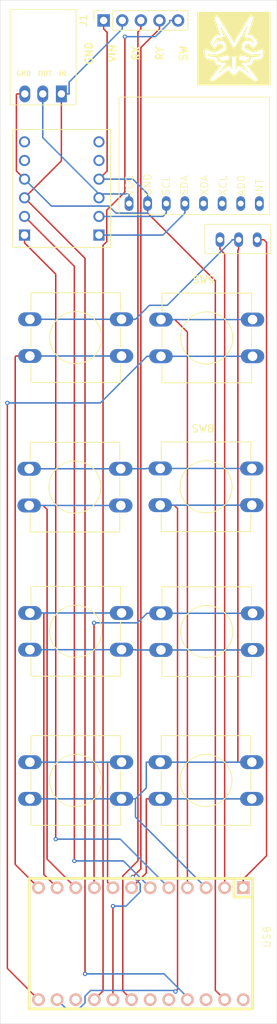
<source format=kicad_pcb>
(kicad_pcb (version 20240108) (generator "pcbnew") (generator_version "8.0")
  (layers (0 "F.Cu" signal) (31 "B.Cu" signal) (34 "B.Paste" user) (35 "F.Paste" user) (36 "B.SilkS" user "B.Silkscreen") (37 "F.SilkS" user "F.Silkscreen") (38 "B.Mask" user) (39 "F.Mask" user) (44 "Edge.Cuts" user))
  (net 0 "")
  (net 1 "Net-(MPU1-SDA)")
  (net 2 "Net-(MPU1-VCC)")
  (net 4 "Net-(J1-Pin_1)")
  (net 8 "Net-(MPU1-SCL)")
  (net 9 "Net-(J1-Pin_2)")
  (net 10 "Net-(U1-D7)")
  (net 11 "Net-(U1-D4)")
  (net 12 "Net-(U1-B5)")
  (net 14 "Net-(J1-Pin_4)")
  (net 15 "Net-(J1-Pin_5)")
  (net 16 "Net-(J1-Pin_3)")
  (net 17 "Net-(U1-SCL)")
  (net 18 "Net-(U1-E6)")
  (net 20 "Net-(U1-B2)")
  (net 24 "Net-(SW5-C)")
  (net 25 "Net-(U1-SDA)")
  (net 26 "Net-(SW5-A)")
  (net 27 "Net-(U1-B4)")
  (net 32 "Net-(U1-C6)")
  (net 33 "Net-(SW5-B)")
  (net 34 "Net-(U1-B6)")
  (net 35 "Net-(SW9-Pad1)")
  (footprint "Library:MPU6050 Accelerometer" (layer "F.Cu") (at 204.47 44.45 90)
    (property "Reference" "MPU1" (hide yes))
    (property "Value" "~" (hide yes))
    (fp_text user "XCL" (at -5.5 2.25 90) (layer "F.SilkS") (effects (font (thickness 0.1)) (justify left bottom)))
    (fp_text user "GND" (at -5.5 -8 90) (layer "F.SilkS") (effects (font (thickness 0.1)) (justify left bottom)))
    (fp_text user "XDA" (at -5.5 -0.25 90) (layer "F.SilkS") (effects (font (thickness 0.1)) (justify left bottom)))
    (fp_text user "AD0" (at -5.5 4.75 90) (layer "F.SilkS") (effects (font (thickness 0.1)) (justify left bottom)))
    (fp_text user "VCC" (at -5.5 -10.5 90) (layer "F.SilkS") (effects (font (thickness 0.1)) (justify left bottom)))
    (fp_text user "SCL" (at -5.5 -5.5 90) (layer "F.SilkS") (effects (font (thickness 0.1)) (justify left bottom)))
    (fp_text user "INT" (at -5.5 7.25 90) (layer "F.SilkS") (effects (font (thickness 0.1)) (justify left bottom)))
    (fp_text user "SDA" (at -5.5 -3 90) (layer "F.SilkS") (effects (font (thickness 0.1)) (justify left bottom)))
    (pad "1" thru_hole oval (at -6.5 -11.14) (size 1.2 2) (drill 0.8) (layers "*.Cu" "*.Mask") (net 2 "Net-(MPU1-VCC)"))
    (pad "2" thru_hole oval (at -6.5 -8.6) (size 1.2 2) (drill 0.8) (layers "*.Cu" "*.Mask") (net 4 "Net-(J1-Pin_1)"))
    (pad "3" thru_hole oval (at -6.5 -6.06) (size 1.2 2) (drill 0.8) (layers "*.Cu" "*.Mask") (net 8 "Net-(MPU1-SCL)"))
    (pad "4" thru_hole oval (at -6.5 -3.52) (size 1.2 2) (drill 0.8) (layers "*.Cu" "*.Mask") (net 1 "Net-(MPU1-SDA)"))
    (pad "5" thru_hole oval (at -6.5 -0.98) (size 1.2 2) (drill 0.8) (layers "*.Cu" "*.Mask"))
    (pad "6" thru_hole oval (at -6.5 1.56) (size 1.2 2) (drill 0.8) (layers "*.Cu" "*.Mask"))
    (pad "7" thru_hole oval (at -6.5 4.1) (size 1.2 2) (drill 0.8) (layers "*.Cu" "*.Mask"))
    (pad "8" thru_hole oval (at -6.5 6.64) (size 1.2 2) (drill 0.8) (layers "*.Cu" "*.Mask"))
  )
  (footprint "Button_Switch_THT:SW_PUSH-12mm" (layer "F.Cu") (at 197.585 87.035)
    (property "Reference" "SW8" (at 5.83 -5.41 0) (layer "F.SilkS"))
    (property "Value" "SW_Omron_B3FS")
    (pad "1" thru_hole oval (at 0 0) (size 3.2 1.9) (drill 1.3) (layers "*.Cu" "*.Mask") (net 33 "Net-(SW5-B)"))
    (pad "1" thru_hole oval (at 12.5 0) (size 3.2 1.9) (drill 1.3) (layers "*.Cu" "*.Mask") (net 33 "Net-(SW5-B)"))
    (pad "2" thru_hole oval (at 0 5) (size 3.2 1.9) (drill 1.3) (layers "*.Cu" "*.Mask") (net 20 "Net-(U1-B2)"))
    (pad "2" thru_hole oval (at 12.5 5) (size 3.2 1.9) (drill 1.3) (layers "*.Cu" "*.Mask") (net 20 "Net-(U1-B2)"))
  )
  (footprint "Library:SS12D00G SPDT Micro Switch" (layer "F.Cu") (at 208.28 55.88 180)
    (property "Reference" "SW5" (hide yes))
    (property "Value" "SW_SPDT" (hide yes))
    (pad "1" thru_hole oval (at -2.54 0 180) (size 1.2 2) (drill 0.8) (layers "*.Cu" "*.Mask") (net 26 "Net-(SW5-A)"))
    (pad "2" thru_hole oval (at 0 0 180) (size 1.2 2) (drill 0.8) (layers "*.Cu" "*.Mask") (net 33 "Net-(SW5-B)"))
    (pad "3" thru_hole oval (at 2.54 0 180) (size 1.2 2) (drill 0.8) (layers "*.Cu" "*.Mask") (net 24 "Net-(SW5-C)"))
  )
  (footprint "Button_Switch_THT:SW_PUSH-12mm" (layer "F.Cu") (at 192.205 92.075 180)
    (property "Reference" "SW6" (hide yes))
    (property "Value" "SW_Omron_B3FS")
    (pad "1" thru_hole oval (at 0 0 180) (size 3.2 1.9) (drill 1.3) (layers "*.Cu" "*.Mask") (net 18 "Net-(U1-E6)"))
    (pad "1" thru_hole oval (at 12.5 0 180) (size 3.2 1.9) (drill 1.3) (layers "*.Cu" "*.Mask") (net 18 "Net-(U1-E6)"))
    (pad "2" thru_hole oval (at 0 5 180) (size 3.2 1.9) (drill 1.3) (layers "*.Cu" "*.Mask") (net 33 "Net-(SW5-B)"))
    (pad "2" thru_hole oval (at 12.5 5 180) (size 3.2 1.9) (drill 1.3) (layers "*.Cu" "*.Mask") (net 33 "Net-(SW5-B)"))
  )
  (footprint "Library:SmallInvertVCR" (layer "F.Cu") (at 207.645 29.845)
    (property "Reference" "G***" (hide yes))
    (property "Value" "LOGO" (hide yes))
  )
  (footprint "ProMicroFootprint:ARDUINO_PRO_MICRO" (layer "F.Cu") (at 194.945 151.765 180)
    (property "Reference" "U1" (hide yes))
    (property "Value" "ProMicro" (hide yes))
    (pad "1" thru_hole rect (at -13.97 7.62 180) (size 1.7526 1.7526) (drill 1.0922) (layers "*.Cu" "*.SilkS" "*.Mask") (net 26 "Net-(SW5-A)"))
    (pad "2" thru_hole circle (at -11.43 7.62 180) (size 1.7526 1.7526) (drill 1.0922) (layers "*.Cu" "*.SilkS" "*.Mask") (net 24 "Net-(SW5-C)"))
    (pad "3" thru_hole circle (at -8.89 7.62 180) (size 1.7526 1.7526) (drill 1.0922) (layers "*.Cu" "*.SilkS" "*.Mask") (net 33 "Net-(SW5-B)"))
    (pad "4" thru_hole circle (at -6.35 7.62 180) (size 1.7526 1.7526) (drill 1.0922) (layers "*.Cu" "*.SilkS" "*.Mask") (net 35 "Net-(SW9-Pad1)"))
    (pad "5" thru_hole circle (at -3.81 7.62 180) (size 1.7526 1.7526) (drill 1.0922) (layers "*.Cu" "*.SilkS" "*.Mask") (net 25 "Net-(U1-SDA)"))
    (pad "6" thru_hole circle (at -1.27 7.62 180) (size 1.7526 1.7526) (drill 1.0922) (layers "*.Cu" "*.SilkS" "*.Mask") (net 17 "Net-(U1-SCL)"))
    (pad "7" thru_hole circle (at 1.27 7.62 180) (size 1.7526 1.7526) (drill 1.0922) (layers "*.Cu" "*.SilkS" "*.Mask") (net 11 "Net-(U1-D4)"))
    (pad "8" thru_hole circle (at 3.81 7.62 180) (size 1.7526 1.7526) (drill 1.0922) (layers "*.Cu" "*.SilkS" "*.Mask") (net 32 "Net-(U1-C6)"))
    (pad "9" thru_hole circle (at 6.35 7.62 180) (size 1.7526 1.7526) (drill 1.0922) (layers "*.Cu" "*.SilkS" "*.Mask") (net 10 "Net-(U1-D7)"))
    (pad "10" thru_hole circle (at 8.89 7.62 180) (size 1.7526 1.7526) (drill 1.0922) (layers "*.Cu" "*.SilkS" "*.Mask") (net 18 "Net-(U1-E6)"))
    (pad "11" thru_hole circle (at 11.43 7.62 180) (size 1.7526 1.7526) (drill 1.0922) (layers "*.Cu" "*.SilkS" "*.Mask") (net 27 "Net-(U1-B4)"))
    (pad "12" thru_hole circle (at 13.97 7.62 180) (size 1.7526 1.7526) (drill 1.0922) (layers "*.Cu" "*.SilkS" "*.Mask") (net 12 "Net-(U1-B5)"))
    (pad "13" thru_hole circle (at 13.97 -7.62 180) (size 1.7526 1.7526) (drill 1.0922) (layers "*.Cu" "*.SilkS" "*.Mask") (net 34 "Net-(U1-B6)"))
    (pad "14" thru_hole circle (at 11.43 -7.62 180) (size 1.7526 1.7526) (drill 1.0922) (layers "*.Cu" "*.SilkS" "*.Mask") (net 20 "Net-(U1-B2)"))
    (pad "15" thru_hole circle (at 8.89 -7.62 180) (size 1.7526 1.7526) (drill 1.0922) (layers "*.Cu" "*.SilkS" "*.Mask"))
    (pad "16" thru_hole circle (at 6.35 -7.62 180) (size 1.7526 1.7526) (drill 1.0922) (layers "*.Cu" "*.SilkS" "*.Mask") (net 15 "Net-(J1-Pin_5)"))
    (pad "17" thru_hole circle (at 3.81 -7.62 180) (size 1.7526 1.7526) (drill 1.0922) (layers "*.Cu" "*.SilkS" "*.Mask") (net 14 "Net-(J1-Pin_4)"))
    (pad "18" thru_hole circle (at 1.27 -7.62 180) (size 1.7526 1.7526) (drill 1.0922) (layers "*.Cu" "*.SilkS" "*.Mask") (net 16 "Net-(J1-Pin_3)"))
    (pad "19" thru_hole circle (at -1.27 -7.62 180) (size 1.7526 1.7526) (drill 1.0922) (layers "*.Cu" "*.SilkS" "*.Mask"))
    (pad "20" thru_hole circle (at -3.81 -7.62 180) (size 1.7526 1.7526) (drill 1.0922) (layers "*.Cu" "*.SilkS" "*.Mask"))
    (pad "21" thru_hole circle (at -6.35 -7.62 180) (size 1.7526 1.7526) (drill 1.0922) (layers "*.Cu" "*.SilkS" "*.Mask") (net 9 "Net-(J1-Pin_2)"))
    (pad "22" thru_hole circle (at -8.89 -7.62 180) (size 1.7526 1.7526) (drill 1.0922) (layers "*.Cu" "*.SilkS" "*.Mask"))
    (pad "23" thru_hole circle (at -11.43 -7.62 180) (size 1.7526 1.7526) (drill 1.0922) (layers "*.Cu" "*.SilkS" "*.Mask") (net 4 "Net-(J1-Pin_1)"))
    (pad "24" thru_hole circle (at -13.97 -7.62 180) (size 1.7526 1.7526) (drill 1.0922) (layers "*.Cu" "*.SilkS" "*.Mask"))
  )
  (footprint "Button_Switch_THT:SW_PUSH-12mm" (layer "F.Cu") (at 197.685 66.755)
    (property "Reference" "SW9" (at 5.83 -5.41 0) (layer "F.SilkS"))
    (property "Value" "SW_Omron_B3FS")
    (pad "1" thru_hole oval (at 0 0) (size 3.2 1.9) (drill 1.3) (layers "*.Cu" "*.Mask") (net 35 "Net-(SW9-Pad1)"))
    (pad "1" thru_hole oval (at 12.5 0) (size 3.2 1.9) (drill 1.3) (layers "*.Cu" "*.Mask") (net 35 "Net-(SW9-Pad1)"))
    (pad "2" thru_hole oval (at 0 5) (size 3.2 1.9) (drill 1.3) (layers "*.Cu" "*.Mask") (net 34 "Net-(U1-B6)"))
    (pad "2" thru_hole oval (at 12.5 5) (size 3.2 1.9) (drill 1.3) (layers "*.Cu" "*.Mask") (net 34 "Net-(U1-B6)"))
  )
  (footprint "Button_Switch_THT:SW_PUSH-12mm" (layer "F.Cu") (at 179.805 106.72)
    (property "Reference" "SW7" (hide yes))
    (property "Value" "SW_Omron_B3FS")
    (pad "1" thru_hole oval (at 0 0) (size 3.2 1.9) (drill 1.3) (layers "*.Cu" "*.Mask") (net 27 "Net-(U1-B4)"))
    (pad "1" thru_hole oval (at 12.5 0) (size 3.2 1.9) (drill 1.3) (layers "*.Cu" "*.Mask") (net 27 "Net-(U1-B4)"))
    (pad "2" thru_hole oval (at 0 5) (size 3.2 1.9) (drill 1.3) (layers "*.Cu" "*.Mask") (net 33 "Net-(SW5-B)"))
    (pad "2" thru_hole oval (at 12.5 5) (size 3.2 1.9) (drill 1.3) (layers "*.Cu" "*.Mask") (net 33 "Net-(SW5-B)"))
  )
  (footprint "Connector_PinSocket_2.54mm:PinSocket_1x05_P2.54mm_Vertical" (layer "F.Cu") (at 189.865 26.01 90)
    (property "Reference" "J1" (at 0 -2.77 90) (layer "F.SilkS"))
    (property "Value" "Conn_01x05_Socket" (hide yes))
    (pad "1" thru_hole rect (at 0 0 90) (size 1.7 1.7) (drill 1) (layers "*.Cu" "*.Mask") (net 4 "Net-(J1-Pin_1)"))
    (pad "2" thru_hole oval (at 0 2.54 90) (size 1.7 1.7) (drill 1) (layers "*.Cu" "*.Mask") (net 9 "Net-(J1-Pin_2)"))
    (pad "3" thru_hole oval (at 0 5.08 90) (size 1.7 1.7) (drill 1) (layers "*.Cu" "*.Mask") (net 16 "Net-(J1-Pin_3)"))
    (pad "4" thru_hole oval (at 0 7.62 90) (size 1.7 1.7) (drill 1) (layers "*.Cu" "*.Mask") (net 14 "Net-(J1-Pin_4)"))
    (pad "5" thru_hole oval (at 0 10.16 90) (size 1.7 1.7) (drill 1) (layers "*.Cu" "*.Mask") (net 15 "Net-(J1-Pin_5)"))
  )
  (footprint "Button_Switch_THT:SW_PUSH-12mm" (layer "F.Cu") (at 197.685 106.76)
    (property "Reference" "SW1" (hide yes))
    (property "Value" "SW_Omron_B3FS")
    (pad "1" thru_hole oval (at 0 0) (size 3.2 1.9) (drill 1.3) (layers "*.Cu" "*.Mask") (net 10 "Net-(U1-D7)"))
    (pad "1" thru_hole oval (at 12.5 0) (size 3.2 1.9) (drill 1.3) (layers "*.Cu" "*.Mask") (net 10 "Net-(U1-D7)"))
    (pad "2" thru_hole oval (at 0 5) (size 3.2 1.9) (drill 1.3) (layers "*.Cu" "*.Mask") (net 33 "Net-(SW5-B)"))
    (pad "2" thru_hole oval (at 12.5 5) (size 3.2 1.9) (drill 1.3) (layers "*.Cu" "*.Mask") (net 33 "Net-(SW5-B)"))
  )
  (footprint "Logic Converter:CONV_BOB-12009" (layer "F.Cu") (at 184.15 48.895 180)
    (property "Reference" "U3" (hide yes))
    (property "Value" "BOB-12009" (hide yes))
    (pad "GND_1" thru_hole circle (at 5.08 1.27 180) (size 1.524 1.524) (drill 1.016) (layers "*.Cu" "*.Mask") (net 4 "Net-(J1-Pin_1)"))
    (pad "GND_2" thru_hole circle (at -5.08 1.27 180) (size 1.524 1.524) (drill 1.016) (layers "*.Cu" "*.Mask") (net 4 "Net-(J1-Pin_1)"))
    (pad "HV" thru_hole circle (at 5.08 -1.27 180) (size 1.524 1.524) (drill 1.016) (layers "*.Cu" "*.Mask") (net 9 "Net-(J1-Pin_2)"))
    (pad "HV1" thru_hole rect (at 5.08 -6.35 180) (size 1.524 1.524) (drill 1.016) (layers "*.Cu" "*.Mask") (net 25 "Net-(U1-SDA)"))
    (pad "HV2" thru_hole circle (at 5.08 -3.81 180) (size 1.524 1.524) (drill 1.016) (layers "*.Cu" "*.Mask") (net 17 "Net-(U1-SCL)"))
    (pad "HV3" thru_hole circle (at 5.08 3.81 180) (size 1.524 1.524) (drill 1.016) (layers "*.Cu" "*.Mask"))
    (pad "HV4" thru_hole circle (at 5.08 6.35 180) (size 1.524 1.524) (drill 1.016) (layers "*.Cu" "*.Mask"))
    (pad "LV" thru_hole circle (at -5.08 -1.27 180) (size 1.524 1.524) (drill 1.016) (layers "*.Cu" "*.Mask") (net 2 "Net-(MPU1-VCC)"))
    (pad "LV1" thru_hole rect (at -5.08 -6.35 180) (size 1.524 1.524) (drill 1.016) (layers "*.Cu" "*.Mask") (net 1 "Net-(MPU1-SDA)"))
    (pad "LV2" thru_hole circle (at -5.08 -3.81 180) (size 1.524 1.524) (drill 1.016) (layers "*.Cu" "*.Mask") (net 8 "Net-(MPU1-SCL)"))
    (pad "LV3" thru_hole circle (at -5.08 3.81 180) (size 1.524 1.524) (drill 1.016) (layers "*.Cu" "*.Mask"))
    (pad "LV4" thru_hole circle (at -5.08 6.35 180) (size 1.524 1.524) (drill 1.016) (layers "*.Cu" "*.Mask"))
  )
  (footprint "Button_Switch_THT:SW_PUSH-12mm" (layer "F.Cu") (at 210.085 132.04 180)
    (property "Reference" "SW2" (hide yes))
    (property "Value" "SW_Omron_B3FS")
    (pad "1" thru_hole oval (at 0 0 180) (size 3.2 1.9) (drill 1.3) (layers "*.Cu" "*.Mask") (net 11 "Net-(U1-D4)"))
    (pad "1" thru_hole oval (at 12.5 0 180) (size 3.2 1.9) (drill 1.3) (layers "*.Cu" "*.Mask") (net 11 "Net-(U1-D4)"))
    (pad "2" thru_hole oval (at 0 5 180) (size 3.2 1.9) (drill 1.3) (layers "*.Cu" "*.Mask") (net 33 "Net-(SW5-B)"))
    (pad "2" thru_hole oval (at 12.5 5 180) (size 3.2 1.9) (drill 1.3) (layers "*.Cu" "*.Mask") (net 33 "Net-(SW5-B)"))
  )
  (footprint "Button_Switch_THT:SW_PUSH-12mm" (layer "F.Cu") (at 192.305 71.715 180)
    (property "Reference" "SW3" (hide yes))
    (property "Value" "SW_Omron_B3FS")
    (pad "1" thru_hole oval (at 0 0 180) (size 3.2 1.9) (drill 1.3) (layers "*.Cu" "*.Mask") (net 12 "Net-(U1-B5)"))
    (pad "1" thru_hole oval (at 12.5 0 180) (size 3.2 1.9) (drill 1.3) (layers "*.Cu" "*.Mask") (net 12 "Net-(U1-B5)"))
    (pad "2" thru_hole oval (at 0 5 180) (size 3.2 1.9) (drill 1.3) (layers "*.Cu" "*.Mask") (net 33 "Net-(SW5-B)"))
    (pad "2" thru_hole oval (at 12.5 5 180) (size 3.2 1.9) (drill 1.3) (layers "*.Cu" "*.Mask") (net 33 "Net-(SW5-B)"))
  )
  (footprint "Library:3.3v InOutGnd Voltage Regulator" (layer "F.Cu") (at 181.61 37.515)
    (property "Reference" "U2" (hide yes))
    (property "Value" "~")
    (fp_text user "GND  OUT  IN" (at -0.25 -3.9 0) (layer "F.SilkS") (effects (font (size 0.65 0.65) (thickness 0.125) (bold yes)) (justify bottom)))
    (pad "1" thru_hole rect (at 2.49 -1.5) (size 1.5 2.3) (drill 1) (layers "*.Cu" "*.Mask") (net 9 "Net-(J1-Pin_2)"))
    (pad "2" thru_hole oval (at -0.05 -1.5) (size 1.5 2.3) (drill 1) (layers "*.Cu" "*.Mask") (net 2 "Net-(MPU1-VCC)"))
    (pad "3" thru_hole oval (at -2.5 -1.5) (size 1.5 2.3) (drill 1) (layers "*.Cu" "*.Mask") (net 4 "Net-(J1-Pin_1)"))
  )
  (footprint "Button_Switch_THT:SW_PUSH-12mm" (layer "F.Cu") (at 179.805 127.04)
    (property "Reference" "SW4" (hide yes))
    (property "Value" "SW_Omron_B3FS")
    (pad "1" thru_hole oval (at 0 0) (size 3.2 1.9) (drill 1.3) (layers "*.Cu" "*.Mask") (net 32 "Net-(U1-C6)"))
    (pad "1" thru_hole oval (at 12.5 0) (size 3.2 1.9) (drill 1.3) (layers "*.Cu" "*.Mask") (net 32 "Net-(U1-C6)"))
    (pad "2" thru_hole oval (at 0 5) (size 3.2 1.9) (drill 1.3) (layers "*.Cu" "*.Mask") (net 33 "Net-(SW5-B)"))
    (pad "2" thru_hole oval (at 12.5 5) (size 3.2 1.9) (drill 1.3) (layers "*.Cu" "*.Mask") (net 33 "Net-(SW5-B)"))
  )
  (gr_rect (start 175.75 23.25) (end 213.5 162.675) (stroke (width 0.05)) (fill none) (layer "Edge.Cuts"))
  (gr_text "GND\n\nVIN\n\nRX\n\nRY\n\nSW" (at 194.31 30.48 90) (layer "F.SilkS") (effects (font (size 1 1) (thickness 0.2) (bold yes))))
  (gr_text "USB" (at 212.725 152.4 90) (layer "F.SilkS") (effects (font (size 1 1) (thickness 0.1)) (justify left bottom)))
  (segment (start 189.23 55.245) (end 197.9567 55.245) (width 0.2) (layer "B.Cu") (net 1))
  (segment (start 200.95 50.95) (end 200.95 52.2517) (width 0.2) (layer "B.Cu") (net 1))
  (segment (start 197.9567 55.245) (end 200.95 52.2517) (width 0.2) (layer "B.Cu") (net 1))
  (segment (start 181.56 41.9783) (end 189.23 49.6483) (width 0.2) (layer "B.Cu") (net 2))
  (segment (start 193.33 50.95) (end 193.33 49.6483) (width 0.2) (layer "B.Cu") (net 2))
  (segment (start 189.23 49.6483) (end 193.33 49.6483) (width 0.2) (layer "B.Cu") (net 2))
  (segment (start 181.56 36.015) (end 181.56 41.9783) (width 0.2) (layer "B.Cu") (net 2))
  (segment (start 189.23 50.165) (end 189.23 49.6483) (width 0.2) (layer "B.Cu") (net 2))
  (segment (start 195.87 52.2517) (end 205.105 61.4867) (width 0.2) (layer "F.Cu") (net 4))
  (segment (start 190.3391 27.6358) (end 190.3391 46.5159) (width 0.2) (layer "F.Cu") (net 4))
  (segment (start 189.865 26.01) (end 189.865 27.1617) (width 0.2) (layer "F.Cu") (net 4))
  (segment (start 195.87 50.95) (end 195.87 52.2517) (width 0.2) (layer "F.Cu") (net 4))
  (segment (start 190.3391 46.5159) (end 189.23 47.625) (width 0.2) (layer "F.Cu") (net 4))
  (segment (start 179.11 36.015) (end 178.0583 36.015) (width 0.2) (layer "F.Cu") (net 4))
  (segment (start 189.865 27.1617) (end 190.3391 27.6358) (width 0.2) (layer "F.Cu") (net 4))
  (segment (start 178.0583 36.015) (end 177.9616 36.1117) (width 0.2) (layer "F.Cu") (net 4))
  (segment (start 205.105 61.4867) (end 205.105 158.115) (width 0.2) (layer "F.Cu") (net 4))
  (segment (start 177.9616 36.1117) (end 177.9616 46.5166) (width 0.2) (layer "F.Cu") (net 4))
  (segment (start 205.105 158.115) (end 206.375 159.385) (width 0.2) (layer "F.Cu") (net 4))
  (segment (start 177.9616 46.5166) (end 179.07 47.625) (width 0.2) (layer "F.Cu") (net 4))
  (segment (start 179.07 47.625) (end 182.7384 51.2934) (width 0.2) (layer "B.Cu") (net 4))
  (segment (start 190.572 51.2934) (end 191.5303 52.2517) (width 0.2) (layer "B.Cu") (net 4))
  (segment (start 189.23 47.625) (end 193.8467 47.625) (width 0.2) (layer "B.Cu") (net 4))
  (segment (start 193.8467 47.625) (end 195.87 49.6483) (width 0.2) (layer "B.Cu") (net 4))
  (segment (start 182.7384 51.2934) (end 190.572 51.2934) (width 0.2) (layer "B.Cu") (net 4))
  (segment (start 195.87 50.95) (end 195.87 52.2517) (width 0.2) (layer "B.Cu") (net 4))
  (segment (start 195.87 50.95) (end 195.87 49.6483) (width 0.2) (layer "B.Cu") (net 4))
  (segment (start 191.5303 52.2517) (end 195.87 52.2517) (width 0.2) (layer "B.Cu") (net 4))
  (segment (start 197.9567 52.705) (end 198.41 52.2517) (width 0.2) (layer "B.Cu") (net 8))
  (segment (start 189.23 52.705) (end 197.9567 52.705) (width 0.2) (layer "B.Cu") (net 8))
  (segment (start 198.41 50.95) (end 198.41 52.2517) (width 0.2) (layer "B.Cu") (net 8))
  (segment (start 179.07 50.165) (end 184.1 45.135) (width 0.2) (layer "F.Cu") (net 9))
  (segment (start 187.325 58.42) (end 187.325 155.8797) (width 0.2) (layer "F.Cu") (net 9))
  (segment (start 184.1 45.135) (end 184.1 36.015) (width 0.2) (layer "F.Cu") (net 9))
  (segment (start 179.07 50.165) (end 187.325 58.42) (width 0.2) (layer "F.Cu") (net 9))
  (via (at 187.325 155.8797) (size 0.6) (drill 0.3) (layers "F.Cu" "B.Cu") (net 9))
  (segment (start 192.405 26.01) (end 192.405 27.1617) (width 0.2) (layer "B.Cu") (net 9))
  (segment (start 184.1 36.015) (end 185.1517 36.015) (width 0.2) (layer "B.Cu") (net 9))
  (segment (start 201.295 159.385) (end 201.295 159.0583) (width 0.2) (layer "B.Cu") (net 9))
  (segment (start 185.1517 34.415) (end 192.405 27.1617) (width 0.2) (layer "B.Cu") (net 9))
  (segment (start 198.1164 155.8797) (end 187.325 155.8797) (width 0.2) (layer "B.Cu") (net 9))
  (segment (start 201.295 159.0583) (end 198.1164 155.8797) (width 0.2) (layer "B.Cu") (net 9))
  (segment (start 185.1517 36.015) (end 185.1517 34.415) (width 0.2) (layer "B.Cu") (net 9))
  (segment (start 188.595 144.145) (end 188.5554 144.1054) (width 0.2) (layer "F.Cu") (net 10))
  (segment (start 188.5554 144.1054) (end 188.5554 108.0634) (width 0.2) (layer "F.Cu") (net 10))
  (via (at 188.5554 108.0634) (size 0.6) (drill 0.3) (layers "F.Cu" "B.Cu") (net 10))
  (segment (start 210.185 106.76) (end 197.685 106.76) (width 0.2) (layer "B.Cu") (net 10))
  (segment (start 197.685 106.76) (end 195.7833 106.76) (width 0.2) (layer "B.Cu") (net 10))
  (segment (start 195.7833 106.76) (end 194.4799 108.0634) (width 0.2) (layer "B.Cu") (net 10))
  (segment (start 194.4799 108.0634) (end 188.5554 108.0634) (width 0.2) (layer "B.Cu") (net 10))
  (segment (start 193.675 144.145) (end 195.6833 142.1367) (width 0.2) (layer "F.Cu") (net 11))
  (segment (start 197.585 132.04) (end 195.6833 132.04) (width 0.2) (layer "F.Cu") (net 11))
  (segment (start 195.6833 142.1367) (end 195.6833 132.04) (width 0.2) (layer "F.Cu") (net 11))
  (segment (start 197.585 132.04) (end 210.085 132.04) (width 0.2) (layer "B.Cu") (net 11))
  (segment (start 177.7968 71.8215) (end 177.7968 140.9668) (width 0.2) (layer "F.Cu") (net 12))
  (segment (start 177.9033 71.715) (end 177.7968 71.8215) (width 0.2) (layer "F.Cu") (net 12))
  (segment (start 179.805 71.715) (end 177.9033 71.715) (width 0.2) (layer "F.Cu") (net 12))
  (segment (start 177.7968 140.9668) (end 180.975 144.145) (width 0.2) (layer "F.Cu") (net 12))
  (segment (start 179.805 71.715) (end 192.305 71.715) (width 0.2) (layer "B.Cu") (net 12))
  (segment (start 197.485 27.1617) (end 194.9451 29.7016) (width 0.2) (layer "F.Cu") (net 14))
  (segment (start 197.485 26.01) (end 197.485 27.1617) (width 0.2) (layer "F.Cu") (net 14))
  (segment (start 191.135 146.6495) (end 191.135 159.385) (width 0.2) (layer "F.Cu") (net 14))
  (segment (start 194.9451 141.5744) (end 193.8489 142.6706) (width 0.2) (layer "F.Cu") (net 14))
  (segment (start 194.9451 29.7016) (end 194.9451 141.5744) (width 0.2) (layer "F.Cu") (net 14))
  (via (at 191.135 146.6495) (size 0.6) (drill 0.3) (layers "F.Cu" "B.Cu") (net 14))
  (via (at 193.8489 142.6706) (size 0.6) (drill 0.3) (layers "F.Cu" "B.Cu") (net 14))
  (segment (start 194.856 144.7109) (end 194.856 143.6362) (width 0.2) (layer "B.Cu") (net 14))
  (segment (start 191.135 146.6495) (end 192.9174 146.6495) (width 0.2) (layer "B.Cu") (net 14))
  (segment (start 192.9174 146.6495) (end 194.856 144.7109) (width 0.2) (layer "B.Cu") (net 14))
  (segment (start 194.856 143.6362) (end 193.8904 142.6706) (width 0.2) (layer "B.Cu") (net 14))
  (segment (start 193.8904 142.6706) (end 193.8489 142.6706) (width 0.2) (layer "B.Cu") (net 14))
  (segment (start 190.2937 51.8483) (end 190.2937 56.132) (width 0.2) (layer "F.Cu") (net 15))
  (segment (start 192.7647 28.2167) (end 192.7647 49.3773) (width 0.2) (layer "F.Cu") (net 15))
  (segment (start 189.7844 158.1956) (end 188.595 159.385) (width 0.2) (layer "F.Cu") (net 15))
  (segment (start 189.7844 56.6413) (end 189.7844 158.1956) (width 0.2) (layer "F.Cu") (net 15))
  (segment (start 190.2937 56.132) (end 189.7844 56.6413) (width 0.2) (layer "F.Cu") (net 15))
  (segment (start 192.7647 49.3773) (end 190.2937 51.8483) (width 0.2) (layer "F.Cu") (net 15))
  (via (at 192.7647 28.2167) (size 0.6) (drill 0.3) (layers "F.Cu" "B.Cu") (net 15))
  (segment (start 198.8733 26.2785) (end 198.8733 26.01) (width 0.2) (layer "B.Cu") (net 15))
  (segment (start 192.7647 28.2167) (end 196.9351 28.2167) (width 0.2) (layer "B.Cu") (net 15))
  (segment (start 196.9351 28.2167) (end 198.8733 26.2785) (width 0.2) (layer "B.Cu") (net 15))
  (segment (start 200.025 26.01) (end 198.8733 26.01) (width 0.2) (layer "B.Cu") (net 15))
  (segment (start 194.945 26.01) (end 194.945 27.1617) (width 0.2) (layer "F.Cu") (net 16))
  (segment (start 192.4803 142.5417) (end 192.4803 158.1903) (width 0.2) (layer "F.Cu") (net 16))
  (segment (start 194.945 27.1617) (end 194.5433 27.5634) (width 0.2) (layer "F.Cu") (net 16))
  (segment (start 192.4803 158.1903) (end 193.675 159.385) (width 0.2) (layer "F.Cu") (net 16))
  (segment (start 194.5433 140.4787) (end 192.4803 142.5417) (width 0.2) (layer "F.Cu") (net 16))
  (segment (start 194.5433 27.5634) (end 194.5433 140.4787) (width 0.2) (layer "F.Cu") (net 16))
  (segment (start 185.8692 59.5042) (end 185.8692 140.494) (width 0.2) (layer "F.Cu") (net 17))
  (segment (start 179.07 52.705) (end 185.8692 59.5042) (width 0.2) (layer "F.Cu") (net 17))
  (via (at 185.8692 140.494) (size 0.6) (drill 0.3) (layers "F.Cu" "B.Cu") (net 17))
  (segment (start 185.8692 140.494) (end 192.564 140.494) (width 0.2) (layer "B.Cu") (net 17))
  (segment (start 192.564 140.494) (end 196.215 144.145) (width 0.2) (layer "B.Cu") (net 17))
  (segment (start 182.1492 92.6175) (end 181.6067 92.075) (width 0.2) (layer "F.Cu") (net 18))
  (segment (start 182.1492 140.2392) (end 182.1492 92.6175) (width 0.2) (layer "F.Cu") (net 18))
  (segment (start 179.705 92.075) (end 181.6067 92.075) (width 0.2) (layer "F.Cu") (net 18))
  (segment (start 186.055 144.145) (end 182.1492 140.2392) (width 0.2) (layer "F.Cu") (net 18))
  (segment (start 179.705 92.075) (end 192.205 92.075) (width 0.2) (layer "B.Cu") (net 18))
  (segment (start 199.6699 158.2841) (end 199.9493 158.0047) (width 0.2) (layer "F.Cu") (net 20))
  (segment (start 199.9493 158.0047) (end 199.9493 92.4976) (width 0.2) (layer "F.Cu") (net 20))
  (segment (start 199.9493 92.4976) (end 199.4867 92.035) (width 0.2) (layer "F.Cu") (net 20))
  (segment (start 197.585 92.035) (end 199.4867 92.035) (width 0.2) (layer "F.Cu") (net 20))
  (via (at 199.6699 158.2841) (size 0.6) (drill 0.3) (layers "F.Cu" "B.Cu") (net 20))
  (segment (start 186.5323 160.608) (end 187.325 159.8153) (width 0.2) (layer "B.Cu") (net 20))
  (segment (start 199.5222 158.1364) (end 199.6699 158.2841) (width 0.2) (layer "B.Cu") (net 20))
  (segment (start 183.515 159.385) (end 184.738 160.608) (width 0.2) (layer "B.Cu") (net 20))
  (segment (start 184.738 160.608) (end 186.5323 160.608) (width 0.2) (layer "B.Cu") (net 20))
  (segment (start 187.325 159.8153) (end 187.325 158.9115) (width 0.2) (layer "B.Cu") (net 20))
  (segment (start 210.085 92.035) (end 197.585 92.035) (width 0.2) (layer "B.Cu") (net 20))
  (segment (start 187.325 158.9115) (end 188.1001 158.1364) (width 0.2) (layer "B.Cu") (net 20))
  (segment (start 188.1001 158.1364) (end 199.5222 158.1364) (width 0.2) (layer "B.Cu") (net 20))
  (segment (start 206.375 57.8167) (end 205.74 57.1817) (width 0.2) (layer "F.Cu") (net 24))
  (segment (start 205.74 55.88) (end 205.74 57.1817) (width 0.2) (layer "F.Cu") (net 24))
  (segment (start 206.375 144.145) (end 206.375 57.8167) (width 0.2) (layer "F.Cu") (net 24))
  (segment (start 179.07 56.3087) (end 183.3286 60.5673) (width 0.2) (layer "F.Cu") (net 25))
  (segment (start 183.3286 60.5673) (end 183.3286 137.5232) (width 0.2) (layer "F.Cu") (net 25))
  (segment (start 179.07 55.245) (end 179.07 56.3087) (width 0.2) (layer "F.Cu") (net 25))
  (via (at 183.3286 137.5232) (size 0.6) (drill 0.3) (layers "F.Cu" "B.Cu") (net 25))
  (segment (start 183.3286 137.5232) (end 192.1332 137.5232) (width 0.2) (layer "B.Cu") (net 25))
  (segment (start 192.1332 137.5232) (end 198.755 144.145) (width 0.2) (layer "B.Cu") (net 25))
  (segment (start 208.915 142.967) (end 212.0887 139.7933) (width 0.2) (layer "F.Cu") (net 26))
  (segment (start 208.915 144.145) (end 208.915 142.967) (width 0.2) (layer "F.Cu") (net 26))
  (segment (start 212.0887 56.247) (end 211.7217 55.88) (width 0.2) (layer "F.Cu") (net 26))
  (segment (start 210.82 55.88) (end 211.7217 55.88) (width 0.2) (layer "F.Cu") (net 26))
  (segment (start 212.0887 139.7933) (end 212.0887 56.247) (width 0.2) (layer "F.Cu") (net 26))
  (segment (start 183.515 144.145) (end 181.7067 142.3367) (width 0.2) (layer "F.Cu") (net 27))
  (segment (start 181.7067 142.3367) (end 181.7067 106.72) (width 0.2) (layer "F.Cu") (net 27))
  (segment (start 179.805 106.72) (end 181.7067 106.72) (width 0.2) (layer "F.Cu") (net 27))
  (segment (start 192.305 106.72) (end 179.805 106.72) (width 0.2) (layer "B.Cu") (net 27))
  (segment (start 190.4033 143.4133) (end 190.4033 127.04) (width 0.2) (layer "F.Cu") (net 32))
  (segment (start 192.305 127.04) (end 190.4033 127.04) (width 0.2) (layer "F.Cu") (net 32))
  (segment (start 191.135 144.145) (end 190.4033 143.4133) (width 0.2) (layer "F.Cu") (net 32))
  (segment (start 192.305 127.04) (end 179.805 127.04) (width 0.2) (layer "B.Cu") (net 32))
  (segment (start 208.1833 111.66) (end 208.1833 87.035) (width 0.2) (layer "F.Cu") (net 33))
  (segment (start 208.28 57.1817) (end 208.1833 57.2784) (width 0.2) (layer "F.Cu") (net 33))
  (segment (start 208.1833 111.86) (end 208.2833 111.76) (width 0.2) (layer "F.Cu") (net 33))
  (segment (start 208.2833 111.76) (end 208.1833 111.66) (width 0.2) (layer "F.Cu") (net 33))
  (segment (start 208.1833 57.2784) (end 208.1833 87.035) (width 0.2) (layer "F.Cu") (net 33))
  (segment (start 210.085 127.04) (end 208.1833 127.04) (width 0.2) (layer "F.Cu") (net 33))
  (segment (start 208.1833 127.04) (end 208.1833 111.86) (width 0.2) (layer "F.Cu") (net 33))
  (segment (start 210.185 111.76) (end 208.2833 111.76) (width 0.2) (layer "F.Cu") (net 33))
  (segment (start 210.085 87.035) (end 208.1833 87.035) (width 0.2) (layer "F.Cu") (net 33))
  (segment (start 208.28 55.88) (end 208.28 57.1817) (width 0.2) (layer "F.Cu") (net 33))
  (segment (start 195.6433 87.075) (end 195.6833 87.035) (width 0.2) (layer "B.Cu") (net 33))
  (segment (start 194.2067 66.715) (end 196.1084 64.8133) (width 0.2) (layer "B.Cu") (net 33))
  (segment (start 210.185 111.76) (end 197.685 111.76) (width 0.2) (layer "B.Cu") (net 33))
  (segment (start 210.085 87.035) (end 197.585 87.035) (width 0.2) (layer "B.Cu") (net 33))
  (segment (start 192.305 66.715) (end 194.2067 66.715) (width 0.2) (layer "B.Cu") (net 33))
  (segment (start 193.2559 111.72) (end 192.305 111.72) (width 0.2) (layer "B.Cu") (net 33))
  (segment (start 194.2067 134.5167) (end 194.2067 132.04) (width 0.2) (layer "B.Cu") (net 33))
  (segment (start 197.585 87.035) (end 195.6833 87.035) (width 0.2) (layer "B.Cu") (net 33))
  (segment (start 198.5417 64.8133) (end 207.3783 55.9767) (width 0.2) (layer "B.Cu") (net 33))
  (segment (start 197.585 127.04) (end 195.6833 127.04) (width 0.2) (layer "B.Cu") (net 33))
  (segment (start 195.6833 127.04) (end 195.6833 130.5634) (width 0.2) (layer "B.Cu") (net 33))
  (segment (start 207.3783 55.9767) (end 207.3783 55.88) (width 0.2) (layer "B.Cu") (net 33))
  (segment (start 179.805 66.715) (end 192.305 66.715) (width 0.2) (layer "B.Cu") (net 33))
  (segment (start 193.2559 132.04) (end 192.305 132.04) (width 0.2) (layer "B.Cu") (net 33))
  (segment (start 192.205 87.075) (end 195.6433 87.075) (width 0.2) (layer "B.Cu") (net 33))
  (segment (start 193.2559 111.72) (end 194.2067 111.72) (width 0.2) (layer "B.Cu") (net 33))
  (segment (start 192.305 111.72) (end 179.805 111.72) (width 0.2) (layer "B.Cu") (net 33))
  (segment (start 193.2559 132.04) (end 194.2067 132.04) (width 0.2) (layer "B.Cu") (net 33))
  (segment (start 196.1084 64.8133) (end 198.5417 64.8133) (width 0.2) (layer "B.Cu") (net 33))
  (segment (start 197.685 111.76) (end 194.2467 111.76) (width 0.2) (layer "B.Cu") (net 33))
  (segment (start 208.28 55.88) (end 207.3783 55.88) (width 0.2) (layer "B.Cu") (net 33))
  (segment (start 203.835 144.145) (end 194.2067 134.5167) (width 0.2) (layer "B.Cu") (net 33))
  (segment (start 192.305 132.04) (end 179.805 132.04) (width 0.2) (layer "B.Cu") (net 33))
  (segment (start 197.585 127.04) (end 210.085 127.04) (width 0.2) (layer "B.Cu") (net 33))
  (segment (start 194.2467 111.76) (end 194.2067 111.72) (width 0.2) (layer "B.Cu") (net 33))
  (segment (start 179.705 87.075) (end 192.205 87.075) (width 0.2) (layer "B.Cu") (net 33))
  (segment (start 195.6833 130.5634) (end 194.2067 132.04) (width 0.2) (layer "B.Cu") (net 33))
  (segment (start 180.975 159.385) (end 176.7284 155.1384) (width 0.2) (layer "F.Cu") (net 34))
  (segment (start 176.7284 155.1384) (end 176.7284 78.1072) (width 0.2) (layer "F.Cu") (net 34))
  (via (at 176.7284 78.1072) (size 0.6) (drill 0.3) (layers "F.Cu" "B.Cu") (net 34))
  (segment (start 197.685 71.755) (end 195.7833 71.755) (width 0.2) (layer "B.Cu") (net 34))
  (segment (start 189.4311 78.1072) (end 195.7833 71.755) (width 0.2) (layer "B.Cu") (net 34))
  (segment (start 210.185 71.755) (end 197.685 71.755) (width 0.2) (layer "B.Cu") (net 34))
  (segment (start 176.7284 78.1072) (end 189.4311 78.1072) (width 0.2) (layer "B.Cu") (net 34))
  (segment (start 197.685 66.755) (end 199.5867 66.755) (width 0.2) (layer "F.Cu") (net 35))
  (segment (start 201.295 144.145) (end 201.295 68.4633) (width 0.2) (layer "F.Cu") (net 35))
  (segment (start 201.295 68.4633) (end 199.5867 66.755) (width 0.2) (layer "F.Cu") (net 35))
  (segment (start 210.185 66.755) (end 197.685 66.755) (width 0.2) (layer "B.Cu") (net 35))
)
</source>
